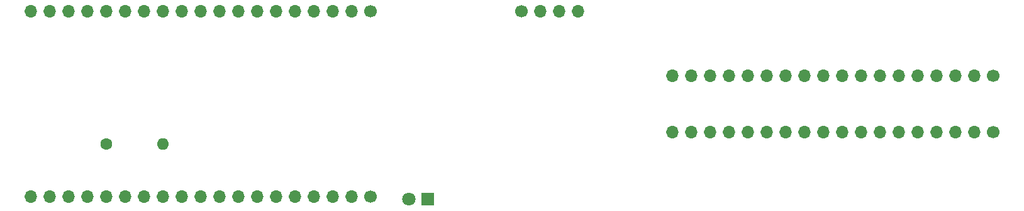
<source format=gbr>
%TF.GenerationSoftware,KiCad,Pcbnew,(6.0.6)*%
%TF.CreationDate,2022-07-10T22:52:01+02:00*%
%TF.ProjectId,ESP32_DevKit_C_v4-AZDelivery_Breadboard_Adapter,45535033-325f-4446-9576-4b69745f435f,rev?*%
%TF.SameCoordinates,Original*%
%TF.FileFunction,Soldermask,Top*%
%TF.FilePolarity,Negative*%
%FSLAX46Y46*%
G04 Gerber Fmt 4.6, Leading zero omitted, Abs format (unit mm)*
G04 Created by KiCad (PCBNEW (6.0.6)) date 2022-07-10 22:52:01*
%MOMM*%
%LPD*%
G01*
G04 APERTURE LIST*
%ADD10C,1.800000*%
%ADD11R,1.800000X1.800000*%
%ADD12O,1.600000X1.600000*%
%ADD13C,1.600000*%
%ADD14O,1.700000X1.700000*%
%ADD15C,1.700000*%
G04 APERTURE END LIST*
D10*
%TO.C,D1*%
X127060000Y-80190000D03*
D11*
X129600000Y-80190000D03*
%TD*%
D12*
%TO.C,R1*%
X93970000Y-72690000D03*
D13*
X86350000Y-72690000D03*
%TD*%
D14*
%TO.C,J5*%
X149860000Y-54790000D03*
X147320000Y-54790000D03*
X144780000Y-54790000D03*
D15*
X142240000Y-54790000D03*
%TD*%
%TO.C,J4*%
X205740000Y-71120000D03*
D14*
X203200000Y-71120000D03*
X200660000Y-71120000D03*
X198120000Y-71120000D03*
X195580000Y-71120000D03*
X193040000Y-71120000D03*
X190500000Y-71120000D03*
X187960000Y-71120000D03*
X185420000Y-71120000D03*
X182880000Y-71120000D03*
X180340000Y-71120000D03*
X177800000Y-71120000D03*
X175260000Y-71120000D03*
X172720000Y-71120000D03*
X170180000Y-71120000D03*
X167640000Y-71120000D03*
X165100000Y-71120000D03*
X162560000Y-71120000D03*
%TD*%
D15*
%TO.C,J3*%
X205740000Y-63500000D03*
D14*
X203200000Y-63500000D03*
X200660000Y-63500000D03*
X198120000Y-63500000D03*
X195580000Y-63500000D03*
X193040000Y-63500000D03*
X190500000Y-63500000D03*
X187960000Y-63500000D03*
X185420000Y-63500000D03*
X182880000Y-63500000D03*
X180340000Y-63500000D03*
X177800000Y-63500000D03*
X175260000Y-63500000D03*
X172720000Y-63500000D03*
X170180000Y-63500000D03*
X167640000Y-63500000D03*
X165100000Y-63500000D03*
X162560000Y-63500000D03*
%TD*%
D15*
%TO.C,J2*%
X121900000Y-79790000D03*
D14*
X119360000Y-79790000D03*
X116820000Y-79790000D03*
X114280000Y-79790000D03*
X111740000Y-79790000D03*
X109200000Y-79790000D03*
X106660000Y-79790000D03*
X104120000Y-79790000D03*
X101580000Y-79790000D03*
X99040000Y-79790000D03*
X96500000Y-79790000D03*
X93960000Y-79790000D03*
X91420000Y-79790000D03*
X88880000Y-79790000D03*
X86340000Y-79790000D03*
X83800000Y-79790000D03*
X81260000Y-79790000D03*
X78720000Y-79790000D03*
X76180000Y-79790000D03*
%TD*%
D15*
%TO.C,J1*%
X121900000Y-54790000D03*
D14*
X119360000Y-54790000D03*
X116820000Y-54790000D03*
X114280000Y-54790000D03*
X111740000Y-54790000D03*
X109200000Y-54790000D03*
X106660000Y-54790000D03*
X104120000Y-54790000D03*
X101580000Y-54790000D03*
X99040000Y-54790000D03*
X96500000Y-54790000D03*
X93960000Y-54790000D03*
X91420000Y-54790000D03*
X88880000Y-54790000D03*
X86340000Y-54790000D03*
X83800000Y-54790000D03*
X81260000Y-54790000D03*
X78720000Y-54790000D03*
X76180000Y-54790000D03*
%TD*%
M02*

</source>
